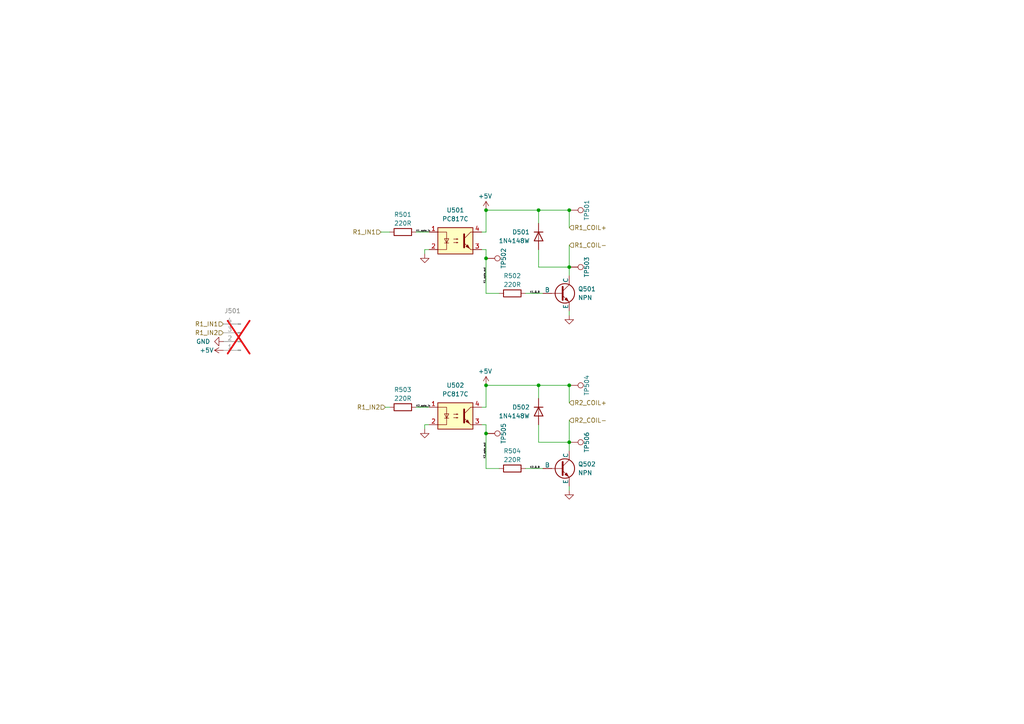
<source format=kicad_sch>
(kicad_sch (version 20250114) (generator "eeschema") (generator_version "9.0")
  (paper "A4")
  (lib_symbols
    (symbol "Connector:Conn_01x04_Pin" (pin_names (offset 1.016) (hide yes))
      (property "Reference" "J" (at 0 5.08 0))
      (property "Value" "Conn_01x04_Pin" (at 0 -7.62 0))
      (symbol "Conn_01x04_Pin_1_1"
        (rectangle (start 0.8636 2.667) (end 0 2.413) (stroke (width 0.1524)) (fill (type outline)))
        (rectangle (start 0.8636 0.127) (end 0 -0.127) (stroke (width 0.1524)) (fill (type outline)))
        (rectangle (start 0.8636 -2.413) (end 0 -2.667) (stroke (width 0.1524)) (fill (type outline)))
        (rectangle (start 0.8636 -4.953) (end 0 -5.207) (stroke (width 0.1524)) (fill (type outline)))
        (polyline (pts (xy 1.27 2.54) (xy 0.8636 2.54)) (stroke (width 0.1524)))
        (polyline (pts (xy 1.27 0) (xy 0.8636 0)) (stroke (width 0.1524)))
        (polyline (pts (xy 1.27 -2.54) (xy 0.8636 -2.54)) (stroke (width 0.1524)))
        (polyline (pts (xy 1.27 -5.08) (xy 0.8636 -5.08)) (stroke (width 0.1524)))
        (pin passive line (at 5.08 2.54 180) (length 3.81) (name "Pin_1") (number "1"))
        (pin passive line (at 5.08 0 180) (length 3.81) (name "Pin_2") (number "2"))
        (pin passive line (at 5.08 -2.54 180) (length 3.81) (name "Pin_3") (number "3"))
        (pin passive line (at 5.08 -5.08 180) (length 3.81) (name "Pin_4") (number "4"))
      )
    )
    (symbol "Connector:TestPoint" (pin_numbers (hide yes)) (pin_names (offset 0.762) (hide yes))
      (property "Reference" "TP" (at 0 6.858 0))
      (property "Value" "TestPoint" (at 0 5.08 0))
      (symbol "TestPoint_0_1"
        (circle (center 0 3.302) (radius 0.762))
      )
      (symbol "TestPoint_1_1"
        (pin passive line (at 0 0 90) (length 2.54) (name "1") (number "1"))
      )
    )
    (symbol "Device:D" (pin_numbers (hide yes)) (pin_names (offset 1.016) (hide yes))
      (property "Reference" "D" (at 0 2.54 0))
      (property "Value" "D" (at 0 -2.54 0))
      (symbol "D_0_1"
        (polyline (pts (xy -1.27 1.27) (xy -1.27 -1.27)) (stroke (width 0.254)))
        (polyline (pts (xy 1.27 1.27) (xy 1.27 -1.27) (xy -1.27 0) (xy 1.27 1.27)) (stroke (width 0.254)))
        (polyline (pts (xy 1.27 0) (xy -1.27 0)))
      )
      (symbol "D_1_1"
        (pin passive line (at -3.81 0 0) (length 2.54) (name "K") (number "1"))
        (pin passive line (at 3.81 0 180) (length 2.54) (name "A") (number "2"))
      )
    )
    (symbol "Device:R" (pin_numbers (hide yes)) (pin_names (offset 0))
      (property "Reference" "R" (at 2.032 0 90))
      (property "Value" "R" (at 0 0 90))
      (symbol "R_0_1"
        (rectangle (start -1.016 -2.54) (end 1.016 2.54) (stroke (width 0.254)))
      )
      (symbol "R_1_1"
        (pin passive line (at 0 3.81 270) (length 1.27) (name "~") (number "1"))
        (pin passive line (at 0 -3.81 90) (length 1.27) (name "~") (number "2"))
      )
    )
    (symbol "Isolator:VO615A" (pin_names (offset 0.762))
      (property "Reference" "U" (at 0 7.62 0))
      (property "Value" "VO615A" (at 0 5.08 0))
      (symbol "VO615A_0_1"
        (rectangle (start -5.08 3.81) (end 5.08 -3.81) (stroke (width 0.254)) (fill (type background)))
        (polyline (pts (xy -5.08 2.54) (xy -2.54 2.54) (xy -2.54 -2.54) (xy -5.08 -2.54)))
        (polyline (pts (xy -3.175 -0.635) (xy -1.905 -0.635)))
        (polyline (pts (xy -2.54 -0.635) (xy -3.175 0.635) (xy -1.905 0.635) (xy -2.54 -0.635)))
        (polyline (pts (xy -0.508 0.508) (xy 0.762 0.508) (xy 0.381 0.381) (xy 0.381 0.635) (xy 0.762 0.508)))
        (polyline (pts (xy -0.508 -0.508) (xy 0.762 -0.508) (xy 0.381 -0.635) (xy 0.381 -0.381) (xy 0.762 -0.508)))
        (polyline (pts (xy 2.54 1.905) (xy 2.54 -1.905)) (stroke (width 0.508)))
        (polyline (pts (xy 2.54 0.635) (xy 4.445 2.54)))
        (polyline (pts (xy 3.048 -1.651) (xy 3.556 -1.143) (xy 4.064 -2.159) (xy 3.048 -1.651)) (fill (type outline)))
        (polyline (pts (xy 4.445 2.54) (xy 5.08 2.54)))
        (polyline (pts (xy 4.445 -2.54) (xy 2.54 -0.635)) (fill (type outline)))
        (polyline (pts (xy 4.445 -2.54) (xy 5.08 -2.54)))
      )
      (symbol "VO615A_1_1"
        (pin passive line (at -7.62 2.54 0) (length 2.54) (name "~") (number "1"))
        (pin passive line (at -7.62 -2.54 0) (length 2.54) (name "~") (number "2"))
        (pin passive line (at 7.62 2.54 180) (length 2.54) (name "~") (number "4"))
        (pin passive line (at 7.62 -2.54 180) (length 2.54) (name "~") (number "3"))
      )
    )
    (symbol "NPN_1" (pin_numbers (hide yes)) (pin_names (offset 0))
      (property "Reference" "Q601" (at 5.08 1.2701 0))
      (property "Value" "NPN" (at 5.08 -1.2699 0))
      (symbol "NPN_1_0_1"
        (polyline (pts (xy -2.54 0) (xy 0.635 0)) (stroke (width 0.1524)))
        (polyline (pts (xy 0.635 1.905) (xy 0.635 -1.905) (xy 0.635 -1.905)) (stroke (width 0.508)))
        (polyline (pts (xy 0.635 0.635) (xy 2.54 2.54)))
        (polyline (pts (xy 0.635 -0.635) (xy 2.54 -2.54) (xy 2.54 -2.54)))
        (circle (center 1.27 0) (radius 2.8194) (stroke (width 0.254)))
        (polyline (pts (xy 1.27 -1.778) (xy 1.778 -1.27) (xy 2.286 -2.286) (xy 1.27 -1.778) (xy 1.27 -1.778)) (fill (type outline)))
        (polyline (pts (xy 2.794 -1.27) (xy 2.794 -1.27)) (stroke (width 0.1524)))
        (polyline (pts (xy 2.794 -1.27) (xy 2.794 -1.27)) (stroke (width 0.1524)))
      )
      (symbol "NPN_1_1_1"
        (pin input line (at -5.08 0 0) (length 2.54) (name "B") (number "2"))
        (pin open_collector line (at 2.54 5.08 270) (length 2.54) (name "C") (number "1"))
        (pin passive line (at 2.54 -5.08 90) (length 2.54) (name "E") (number "3"))
      )
    )
    (symbol "power:+5V" (power) (pin_numbers (hide yes)) (pin_names (offset 0) (hide yes))
      (property "Value" "+5V" (at 0 3.556 0))
      (symbol "+5V_0_1"
        (polyline (pts (xy -0.762 1.27) (xy 0 2.54)))
        (polyline (pts (xy 0 2.54) (xy 0.762 1.27)))
        (polyline (pts (xy 0 0) (xy 0 2.54)))
      )
      (symbol "+5V_1_1"
        (pin power_in line (at 0 0 90) (length 0) (name "~") (number "1"))
      )
    )
    (symbol "power:GND" (power) (pin_numbers (hide yes)) (pin_names (offset 0) (hide yes))
      (property "Value" "GND" (at 0 -3.81 0))
      (symbol "GND_0_1"
        (polyline (pts (xy 0 0) (xy 0 -1.27) (xy 1.27 -1.27) (xy 0 -2.54) (xy -1.27 -1.27) (xy 0 -1.27)))
      )
      (symbol "GND_1_1"
        (pin power_in line (at 0 0 270) (length 0) (name "~") (number "1"))
      )
    )
  )
  (junction (at 165.1 111.76))
  (junction (at 140.97 74.93))
  (junction (at 140.97 125.73))
  (junction (at 140.97 111.76))
  (junction (at 165.1 77.47))
  (junction (at 156.21 60.96))
  (junction (at 165.1 128.27))
  (junction (at 165.1 60.96))
  (junction (at 140.97 60.96))
  (junction (at 156.21 111.76))
  (wire (pts (xy 152.4 85.09) (xy 157.48 85.09)))
  (wire (pts (xy 140.97 135.89) (xy 144.78 135.89)))
  (wire (pts (xy 165.1 142.24) (xy 165.1 140.97)))
  (wire (pts (xy 156.21 77.47) (xy 165.1 77.47)))
  (wire (pts (xy 165.1 128.27) (xy 165.1 130.81)))
  (wire (pts (xy 140.97 123.19) (xy 139.7 123.19)))
  (wire (pts (xy 111.76 118.11) (xy 113.03 118.11)))
  (wire (pts (xy 123.19 73.66) (xy 123.19 72.39)))
  (wire (pts (xy 120.65 67.31) (xy 124.46 67.31)))
  (wire (pts (xy 140.97 125.73) (xy 140.97 135.89)))
  (wire (pts (xy 140.97 111.76) (xy 140.97 118.11)))
  (wire (pts (xy 140.97 85.09) (xy 144.78 85.09)))
  (wire (pts (xy 140.97 60.96) (xy 140.97 67.31)))
  (wire (pts (xy 113.03 67.31) (xy 110.49 67.31)))
  (wire (pts (xy 156.21 72.39) (xy 156.21 77.47)))
  (wire (pts (xy 152.4 135.89) (xy 157.48 135.89)))
  (wire (pts (xy 165.1 91.44) (xy 165.1 90.17)))
  (wire (pts (xy 165.1 60.96) (xy 156.21 60.96)))
  (wire (pts (xy 140.97 72.39) (xy 139.7 72.39)))
  (wire (pts (xy 140.97 118.11) (xy 139.7 118.11)))
  (wire (pts (xy 165.1 111.76) (xy 156.21 111.76)))
  (wire (pts (xy 156.21 128.27) (xy 165.1 128.27)))
  (wire (pts (xy 156.21 111.76) (xy 156.21 115.57)))
  (wire (pts (xy 156.21 60.96) (xy 156.21 64.77)))
  (wire (pts (xy 156.21 60.96) (xy 140.97 60.96)))
  (wire (pts (xy 123.19 124.46) (xy 123.19 123.19)))
  (wire (pts (xy 120.65 118.11) (xy 124.46 118.11)))
  (wire (pts (xy 165.1 60.96) (xy 165.1 66.04)))
  (wire (pts (xy 140.97 72.39) (xy 140.97 74.93)))
  (wire (pts (xy 140.97 123.19) (xy 140.97 125.73)))
  (wire (pts (xy 165.1 71.12) (xy 165.1 77.47)))
  (wire (pts (xy 165.1 77.47) (xy 165.1 80.01)))
  (wire (pts (xy 156.21 111.76) (xy 140.97 111.76)))
  (wire (pts (xy 123.19 72.39) (xy 124.46 72.39)))
  (wire (pts (xy 140.97 67.31) (xy 139.7 67.31)))
  (wire (pts (xy 140.97 74.93) (xy 140.97 85.09)))
  (wire (pts (xy 123.19 123.19) (xy 124.46 123.19)))
  (wire (pts (xy 156.21 123.19) (xy 156.21 128.27)))
  (wire (pts (xy 165.1 121.92) (xy 165.1 128.27)))
  (wire (pts (xy 165.1 111.76) (xy 165.1 116.84)))
  (label "K1_opto_in" (at 120.65 67.31 0) (effects (font (size 0.5 0.5))))
  (label "K1_opto_out" (at 140.97 77.47 270) (effects (font (size 0.5 0.5))))
  (label "K2_opto_out" (at 140.97 128.27 270) (effects (font (size 0.5 0.5))))
  (label "K2_opto_in" (at 120.65 118.11 0) (effects (font (size 0.5 0.5))))
  (label "K2_Q_B" (at 153.67 135.89 0) (effects (font (size 0.5 0.5))))
  (label "K1_Q_B" (at 153.67 85.09 0) (effects (font (size 0.5 0.5))))
  (hierarchical_label "R1_IN2" (shape input) (at 64.77 96.52 180))
  (hierarchical_label "R1_IN1" (shape input) (at 64.77 93.98 180))
  (hierarchical_label "R1_COIL-" (shape input) (at 165.1 71.12 0))
  (hierarchical_label "R1_COIL+" (shape input) (at 165.1 66.04 0))
  (hierarchical_label "R2_COIL+" (shape input) (at 165.1 116.84 0))
  (hierarchical_label "R1_IN2" (shape input) (at 111.76 118.11 180))
  (hierarchical_label "R1_IN1" (shape input) (at 110.49 67.31 180))
  (hierarchical_label "R2_COIL-" (shape input) (at 165.1 121.92 0))
  (symbol (lib_id "Device:R") (at 148.59 135.89 90) (unit 1)
    (property "Reference" "R504" (at 148.59 130.81 90))
    (property "Value" "220R" (at 148.59 133.35 90))
    (property "Footprint" "Resistor_SMD:R_0805_2012Metric" (effects (hide yes)))
    (property "Description" "Resistor" (effects (hide yes)))
    (property "MFR Part" "0805W8F2200T5E" (effects (hide yes)))
    (property "Manufacturer" "UNI-ROYAL(Uniroyal Elec) " (effects (hide yes)))
    (property "Link" "https://jlcpcb.com/partdetail/18245-0805W8F2200T5E/C17557" (effects (hide yes)))
    (property "JLCPCB Part" "C17557" (effects (hide yes)))
  )
  (symbol (lib_id "Device:R") (at 116.84 118.11 90) (unit 1)
    (property "Reference" "R503" (at 116.84 113.03 90))
    (property "Value" "220R" (at 116.84 115.57 90))
    (property "Footprint" "Resistor_SMD:R_0805_2012Metric" (effects (hide yes)))
    (property "Description" "Resistor" (effects (hide yes)))
    (property "MFR Part" "0805W8F2200T5E" (effects (hide yes)))
    (property "Manufacturer" "UNI-ROYAL(Uniroyal Elec) " (effects (hide yes)))
    (property "Link" "https://jlcpcb.com/partdetail/18245-0805W8F2200T5E/C17557" (effects (hide yes)))
    (property "JLCPCB Part" "C17557" (effects (hide yes)))
  )
  (symbol (lib_id "Connector:TestPoint") (at 140.97 74.93 270) (unit 1) (in_bom no)
    (property "Reference" "TP502" (at 146.05 74.93 0))
    (property "Value" "TestPoint" (effects (hide yes)))
    (property "Footprint" "TestPoint:TestPoint_THTPad_D1.5mm_Drill0.7mm" (effects (hide yes)))
    (property "Description" "test point" (effects (hide yes)))
  )
  (symbol (lib_name "NPN_1") (lib_id "Simulation_SPICE:NPN") (at 162.56 135.89 0) (unit 1)
    (property "Reference" "Q502" (at 167.64 134.6199 0) (effects (justify left)))
    (property "Value" "NPN" (at 167.64 137.1599 0) (effects (justify left)))
    (property "Footprint" "Package_TO_SOT_SMD:SOT-23" (effects (hide yes)))
    (property "Datasheet" "https://ngspice.sourceforge.io/docs/ngspice-html-manual/manual.xhtml#cha_BJTs" (effects (hide yes)))
    (property "Description" "Bipolar transistor symbol for simulation only, substrate tied to the emitter" (effects (hide yes)))
    (property "JLCPCB Part" " C20526" (effects (hide yes)))
    (property "Link" "https://jlcpcb.com/partdetail/21237-MMBT3904_RANGE_100_300/C20526" (effects (hide yes)))
    (property "MFR Part" " MMBT3904(RANGE:100-300)" (effects (hide yes)))
    (property "Manufacturer" "Jiangsu Changjing Electronics Technology Co., Ltd." (effects (hide yes)))
  )
  (symbol (lib_id "Device:D") (at 156.21 68.58 270) (unit 1)
    (property "Reference" "D501" (at 153.67 67.3099 90) (effects (justify right)))
    (property "Value" "1N4148W" (at 153.67 69.8499 90) (effects (justify right)))
    (property "Footprint" "Diode_SMD:D_SOD-123" (effects (hide yes)))
    (property "Description" "Diode" (effects (hide yes)))
    (property "JLCPCB Part" " C81598" (effects (hide yes)))
    (property "Link" "https://jlcpcb.com/partdetail/ST_Semtech-1N4148W/C81598" (effects (hide yes)))
    (property "MFR Part" " 1N4148W" (effects (hide yes)))
    (property "Manufacturer" "ST(Semtech)" (effects (hide yes)))
    (property "Sim.Device" "D" (effects (hide yes)))
    (property "Sim.Pins" "1=K 2=A" (effects (hide yes)))
  )
  (symbol (lib_id "power:GND") (at 123.19 73.66 0) (unit 1)
    (property "Reference" "#PWR0502" (effects (hide yes)))
    (property "Value" "GND" (effects (hide yes)))
    (property "Description" "Power symbol creates a global label with name \"GND\" , ground" (effects (hide yes)))
  )
  (symbol (lib_id "power:GND") (at 123.19 124.46 0) (unit 1)
    (property "Reference" "#PWR0507" (effects (hide yes)))
    (property "Value" "GND" (effects (hide yes)))
    (property "Description" "Power symbol creates a global label with name \"GND\" , ground" (effects (hide yes)))
  )
  (symbol (lib_id "Connector:TestPoint") (at 165.1 111.76 270) (unit 1) (in_bom no)
    (property "Reference" "TP504" (at 170.18 111.76 0))
    (property "Value" "TestPoint" (effects (hide yes)))
    (property "Footprint" "TestPoint:TestPoint_THTPad_D1.5mm_Drill0.7mm" (effects (hide yes)))
    (property "Description" "test point" (effects (hide yes)))
  )
  (symbol (lib_id "Connector:TestPoint") (at 165.1 128.27 270) (unit 1) (in_bom no)
    (property "Reference" "TP506" (at 170.18 128.27 0))
    (property "Value" "TestPoint" (effects (hide yes)))
    (property "Footprint" "TestPoint:TestPoint_THTPad_D1.5mm_Drill0.7mm" (effects (hide yes)))
    (property "Description" "test point" (effects (hide yes)))
  )
  (symbol (lib_id "Connector:Conn_01x04_Pin") (at 69.85 99.06 180) (unit 1) (in_bom no) (dnp yes)
    (property "Reference" "J501" (at 69.85 90.17 0) (effects (justify left)))
    (property "Value" "Conn_01x04_Pin" (effects (hide yes)))
    (property "Footprint" "Connector_PinHeader_2.54mm:PinHeader_1x04_P2.54mm_Vertical" (effects (hide yes)))
    (property "Description" "Generic connector, single row, 01x04, script generated" (effects (hide yes)))
  )
  (symbol (lib_id "Isolator:VO615A") (at 132.08 69.85 0) (unit 1) (in_bom no)
    (property "Reference" "U501" (at 132.08 60.96 0))
    (property "Value" "PC817C" (at 132.08 63.5 0))
    (property "Footprint" "Package_DIP:DIP-4_W7.62mm_LongPads" (effects (hide yes)))
    (property "Datasheet" "http://www.vishay.com/docs/81753/vo615a.pdf" (effects (hide yes)))
    (property "Description" "DC Optocoupler, Vce 70V, CTR 50-600% @ 5mA, Viso 5000Vrms, DIP4" (effects (hide yes)))
    (property "Link" "https://pl.aliexpress.com/item/1005009030409853.html?spm=a2g0o.order_list.order_list_main.10.1b421c24vYZudn&gatewayAdapt=glo2pol" (effects (hide yes)))
  )
  (symbol (lib_name "NPN_1") (lib_id "Simulation_SPICE:NPN") (at 162.56 85.09 0) (unit 1)
    (property "Reference" "Q501" (at 167.64 83.8199 0) (effects (justify left)))
    (property "Value" "NPN" (at 167.64 86.3599 0) (effects (justify left)))
    (property "Footprint" "Package_TO_SOT_SMD:SOT-23" (effects (hide yes)))
    (property "Datasheet" "https://ngspice.sourceforge.io/docs/ngspice-html-manual/manual.xhtml#cha_BJTs" (effects (hide yes)))
    (property "Description" "Bipolar transistor symbol for simulation only, substrate tied to the emitter" (effects (hide yes)))
    (property "JLCPCB Part" " C20526" (effects (hide yes)))
    (property "Link" "https://jlcpcb.com/partdetail/21237-MMBT3904_RANGE_100_300/C20526" (effects (hide yes)))
    (property "MFR Part" " MMBT3904(RANGE:100-300)" (effects (hide yes)))
    (property "Manufacturer" "Jiangsu Changjing Electronics Technology Co., Ltd." (effects (hide yes)))
  )
  (symbol (lib_id "power:GND") (at 165.1 91.44 0) (unit 1)
    (property "Reference" "#PWR0503" (effects (hide yes)))
    (property "Value" "GND" (effects (hide yes)))
    (property "Description" "Power symbol creates a global label with name \"GND\" , ground" (effects (hide yes)))
  )
  (symbol (lib_id "Device:R") (at 148.59 85.09 90) (unit 1)
    (property "Reference" "R502" (at 148.59 80.01 90))
    (property "Value" "220R" (at 148.59 82.55 90))
    (property "Footprint" "Resistor_SMD:R_0805_2012Metric" (effects (hide yes)))
    (property "Description" "Resistor" (effects (hide yes)))
    (property "MFR Part" "0805W8F2200T5E" (effects (hide yes)))
    (property "Manufacturer" "UNI-ROYAL(Uniroyal Elec) " (effects (hide yes)))
    (property "Link" "https://jlcpcb.com/partdetail/18245-0805W8F2200T5E/C17557" (effects (hide yes)))
    (property "JLCPCB Part" "C17557" (effects (hide yes)))
  )
  (symbol (lib_id "power:+5V") (at 140.97 60.96 0) (unit 1)
    (property "Reference" "#PWR0501" (effects (hide yes)))
    (property "Value" "+5V" (at 140.716 56.896 0))
    (property "Description" "Power symbol creates a global label with name \"+5V\"" (effects (hide yes)))
  )
  (symbol (lib_id "Device:R") (at 116.84 67.31 90) (unit 1)
    (property "Reference" "R501" (at 116.84 62.23 90))
    (property "Value" "220R" (at 116.84 64.77 90))
    (property "Footprint" "Resistor_SMD:R_0805_2012Metric" (effects (hide yes)))
    (property "Description" "Resistor" (effects (hide yes)))
    (property "MFR Part" "0805W8F2200T5E" (effects (hide yes)))
    (property "Manufacturer" "UNI-ROYAL(Uniroyal Elec) " (effects (hide yes)))
    (property "Link" "https://jlcpcb.com/partdetail/18245-0805W8F2200T5E/C17557" (effects (hide yes)))
    (property "JLCPCB Part" "C17557" (effects (hide yes)))
  )
  (symbol (lib_id "Isolator:VO615A") (at 132.08 120.65 0) (unit 1) (in_bom no)
    (property "Reference" "U502" (at 132.08 111.76 0))
    (property "Value" "PC817C" (at 132.08 114.3 0))
    (property "Footprint" "Package_DIP:DIP-4_W7.62mm_LongPads" (effects (hide yes)))
    (property "Datasheet" "http://www.vishay.com/docs/81753/vo615a.pdf" (effects (hide yes)))
    (property "Description" "DC Optocoupler, Vce 70V, CTR 50-600% @ 5mA, Viso 5000Vrms, DIP4" (effects (hide yes)))
    (property "Link" "https://pl.aliexpress.com/item/1005009030409853.html?spm=a2g0o.order_list.order_list_main.10.1b421c24vYZudn&gatewayAdapt=glo2pol" (effects (hide yes)))
  )
  (symbol (lib_id "power:GND") (at 165.1 142.24 0) (unit 1)
    (property "Reference" "#PWR0508" (effects (hide yes)))
    (property "Value" "GND" (effects (hide yes)))
    (property "Description" "Power symbol creates a global label with name \"GND\" , ground" (effects (hide yes)))
  )
  (symbol (lib_id "Connector:TestPoint") (at 165.1 77.47 270) (unit 1) (in_bom no)
    (property "Reference" "TP503" (at 170.18 77.47 0))
    (property "Value" "TestPoint" (effects (hide yes)))
    (property "Footprint" "TestPoint:TestPoint_THTPad_D1.5mm_Drill0.7mm" (effects (hide yes)))
    (property "Description" "test point" (effects (hide yes)))
  )
  (symbol (lib_id "Connector:TestPoint") (at 165.1 60.96 270) (unit 1) (in_bom no)
    (property "Reference" "TP501" (at 170.18 60.96 0))
    (property "Value" "TestPoint" (effects (hide yes)))
    (property "Footprint" "TestPoint:TestPoint_THTPad_D1.5mm_Drill0.7mm" (effects (hide yes)))
    (property "Description" "test point" (effects (hide yes)))
  )
  (symbol (lib_id "power:GND") (at 64.77 99.06 270) (unit 1)
    (property "Reference" "#PWR0504" (effects (hide yes)))
    (property "Value" "GND" (at 60.96 99.0599 90) (effects (justify right)))
    (property "Description" "Power symbol creates a global label with name \"GND\" , ground" (effects (hide yes)))
  )
  (symbol (lib_id "Connector:TestPoint") (at 140.97 125.73 270) (unit 1) (in_bom no)
    (property "Reference" "TP505" (at 146.05 125.73 0))
    (property "Value" "TestPoint" (effects (hide yes)))
    (property "Footprint" "TestPoint:TestPoint_THTPad_D1.5mm_Drill0.7mm" (effects (hide yes)))
    (property "Description" "test point" (effects (hide yes)))
  )
  (symbol (lib_id "power:+5V") (at 140.97 111.76 0) (unit 1)
    (property "Reference" "#PWR0506" (effects (hide yes)))
    (property "Value" "+5V" (at 140.716 107.696 0))
    (property "Description" "Power symbol creates a global label with name \"+5V\"" (effects (hide yes)))
  )
  (symbol (lib_id "Device:D") (at 156.21 119.38 270) (unit 1)
    (property "Reference" "D502" (at 153.67 118.1099 90) (effects (justify right)))
    (property "Value" "1N4148W" (at 153.67 120.6499 90) (effects (justify right)))
    (property "Footprint" "Diode_SMD:D_SOD-123" (effects (hide yes)))
    (property "Description" "Diode" (effects (hide yes)))
    (property "JLCPCB Part" " C81598" (effects (hide yes)))
    (property "Link" "https://jlcpcb.com/partdetail/ST_Semtech-1N4148W/C81598" (effects (hide yes)))
    (property "MFR Part" " 1N4148W" (effects (hide yes)))
    (property "Manufacturer" "ST(Semtech)" (effects (hide yes)))
    (property "Sim.Device" "D" (effects (hide yes)))
    (property "Sim.Pins" "1=K 2=A" (effects (hide yes)))
  )
  (symbol (lib_id "power:+5V") (at 64.77 101.6 90) (unit 1)
    (property "Reference" "#PWR0505" (effects (hide yes)))
    (property "Value" "+5V" (at 59.944 101.6 90))
    (property "Description" "Power symbol creates a global label with name \"+5V\"" (effects (hide yes)))
  )
)
</source>
